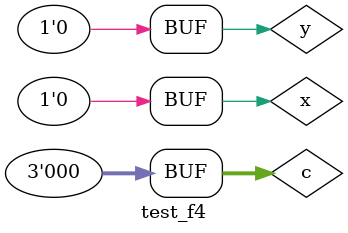
<source format=v>

	
	module f4 (output s, input a, input b, input [2:0] c);
		wire s_and1;
		wire s_and2;
		wire s_and3;
		wire s_and4;
		wire s_and5;
		wire s_and6;
		wire s_and7;
		wire s_and8;
		wire s_xnor1;
		wire s_xor1;
		wire s_nor1;
		wire s_or1;
		wire s_nand1;
		
		not NOT1(s_not1, a);
		and AND2(s_and2, s_not1, ~c[0], ~c[1], ~c[2]);	
		or OR1(s_or1, a, b);
		and AND3(s_and3, s_or1, c[0], ~c[1], ~c[2]);		
		nor NOR1(s_nor1, a, b);
		and AND4(s_and4, s_nor1, ~c[0], c[1], ~c[2]);	
		and AND1(s_and1, a, b);
		and AND5(s_and5, s_and1, c[0], c[1], ~c[2]);	
		nand NAND1(s_nand1, a, b);
		and AND6(s_and6, s_nand1, ~c[0], ~c[1], c[2]);
		xor XOR1(s_xor1, a, b);
		and AND7(s_and7, s_xor1, c[0], ~c[1], c[2]);	
	 	xnor XNOR1(s_xnor1, a, b);
		and AND8(s_and8, s_xnor1, ~c[0], c[1], c[2]);
		
		or OR2(s, s_and2, s_and3, s_and4, s_and5, s_and6, s_and7, s_and8);
	
	endmodule // f4
	
	module test_f4;
		// --Definir dados
	 	reg x; 
	 	reg y; 
		reg [2:0] c;
		wire s; 
	 
	f4 modulo (s, x, y, c);
	
	// --Parte principal 
	initial begin 
		$display("Exemplo0035 - Roger Rubens Machado - 430533"); 
		$display("Test LU's module"); 
			
	   #1 x = 0; y = 0; c = 000;
		$monitor("Resultado Chave = %3b\n x = %1b \t y = %1b \t Resultado -> %1b\n", c, x, y, s);
	
	end
	endmodule // test_f4
</source>
